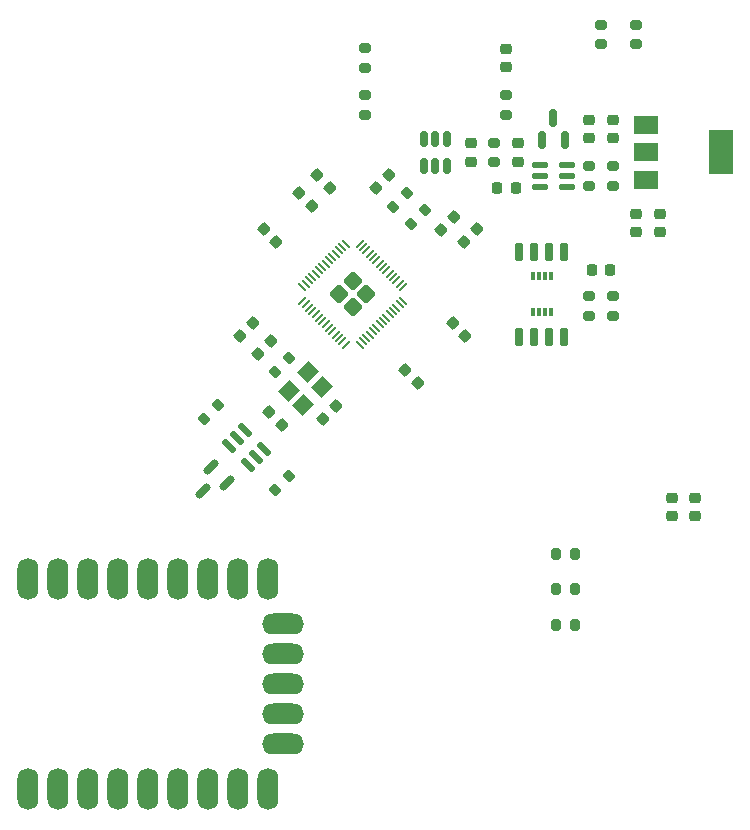
<source format=gbr>
%TF.GenerationSoftware,KiCad,Pcbnew,7.0.1*%
%TF.CreationDate,2023-03-19T19:41:09+01:00*%
%TF.ProjectId,chubby-hat,63687562-6279-42d6-9861-742e6b696361,0.2.2*%
%TF.SameCoordinates,Original*%
%TF.FileFunction,Paste,Bot*%
%TF.FilePolarity,Positive*%
%FSLAX46Y46*%
G04 Gerber Fmt 4.6, Leading zero omitted, Abs format (unit mm)*
G04 Created by KiCad (PCBNEW 7.0.1) date 2023-03-19 19:41:09*
%MOMM*%
%LPD*%
G01*
G04 APERTURE LIST*
G04 Aperture macros list*
%AMRoundRect*
0 Rectangle with rounded corners*
0 $1 Rounding radius*
0 $2 $3 $4 $5 $6 $7 $8 $9 X,Y pos of 4 corners*
0 Add a 4 corners polygon primitive as box body*
4,1,4,$2,$3,$4,$5,$6,$7,$8,$9,$2,$3,0*
0 Add four circle primitives for the rounded corners*
1,1,$1+$1,$2,$3*
1,1,$1+$1,$4,$5*
1,1,$1+$1,$6,$7*
1,1,$1+$1,$8,$9*
0 Add four rect primitives between the rounded corners*
20,1,$1+$1,$2,$3,$4,$5,0*
20,1,$1+$1,$4,$5,$6,$7,0*
20,1,$1+$1,$6,$7,$8,$9,0*
20,1,$1+$1,$8,$9,$2,$3,0*%
%AMRotRect*
0 Rectangle, with rotation*
0 The origin of the aperture is its center*
0 $1 length*
0 $2 width*
0 $3 Rotation angle, in degrees counterclockwise*
0 Add horizontal line*
21,1,$1,$2,0,0,$3*%
G04 Aperture macros list end*
%ADD10RotRect,1.400000X1.200000X45.000000*%
%ADD11RoundRect,0.225000X0.250000X-0.225000X0.250000X0.225000X-0.250000X0.225000X-0.250000X-0.225000X0*%
%ADD12RoundRect,0.200000X-0.053033X0.335876X-0.335876X0.053033X0.053033X-0.335876X0.335876X-0.053033X0*%
%ADD13R,0.300000X0.800000*%
%ADD14RoundRect,0.200000X-0.275000X0.200000X-0.275000X-0.200000X0.275000X-0.200000X0.275000X0.200000X0*%
%ADD15RoundRect,0.200000X0.275000X-0.200000X0.275000X0.200000X-0.275000X0.200000X-0.275000X-0.200000X0*%
%ADD16RoundRect,0.150000X0.150000X-0.587500X0.150000X0.587500X-0.150000X0.587500X-0.150000X-0.587500X0*%
%ADD17RoundRect,0.218750X0.218750X0.256250X-0.218750X0.256250X-0.218750X-0.256250X0.218750X-0.256250X0*%
%ADD18RoundRect,0.225000X-0.017678X0.335876X-0.335876X0.017678X0.017678X-0.335876X0.335876X-0.017678X0*%
%ADD19RoundRect,0.225000X0.017678X-0.335876X0.335876X-0.017678X-0.017678X0.335876X-0.335876X0.017678X0*%
%ADD20RoundRect,0.225000X-0.250000X0.225000X-0.250000X-0.225000X0.250000X-0.225000X0.250000X0.225000X0*%
%ADD21RoundRect,0.150000X0.150000X-0.512500X0.150000X0.512500X-0.150000X0.512500X-0.150000X-0.512500X0*%
%ADD22RoundRect,0.225000X-0.335876X-0.017678X-0.017678X-0.335876X0.335876X0.017678X0.017678X0.335876X0*%
%ADD23RoundRect,0.249999X0.558616X0.000000X0.000000X0.558616X-0.558616X0.000000X0.000000X-0.558616X0*%
%ADD24RoundRect,0.050000X0.309359X-0.238649X-0.238649X0.309359X-0.309359X0.238649X0.238649X-0.309359X0*%
%ADD25RoundRect,0.050000X0.309359X0.238649X0.238649X0.309359X-0.309359X-0.238649X-0.238649X-0.309359X0*%
%ADD26RoundRect,0.225000X-0.225000X-0.250000X0.225000X-0.250000X0.225000X0.250000X-0.225000X0.250000X0*%
%ADD27RoundRect,0.200000X0.200000X0.275000X-0.200000X0.275000X-0.200000X-0.275000X0.200000X-0.275000X0*%
%ADD28RoundRect,0.200000X0.053033X-0.335876X0.335876X-0.053033X-0.053033X0.335876X-0.335876X0.053033X0*%
%ADD29RoundRect,0.150000X0.150000X-0.650000X0.150000X0.650000X-0.150000X0.650000X-0.150000X-0.650000X0*%
%ADD30R,2.000000X1.500000*%
%ADD31R,2.000000X3.800000*%
%ADD32RoundRect,0.125000X0.587500X0.125000X-0.587500X0.125000X-0.587500X-0.125000X0.587500X-0.125000X0*%
%ADD33O,1.778000X3.556000*%
%ADD34O,3.556000X1.778000*%
%ADD35RoundRect,0.150000X0.309359X0.521491X-0.521491X-0.309359X-0.309359X-0.521491X0.521491X0.309359X0*%
%ADD36RoundRect,0.225000X0.335876X0.017678X0.017678X0.335876X-0.335876X-0.017678X-0.017678X-0.335876X0*%
%ADD37RoundRect,0.125000X-0.503814X0.327037X0.327037X-0.503814X0.503814X-0.327037X-0.327037X0.503814X0*%
G04 APERTURE END LIST*
D10*
%TO.C,Y1*%
X151621142Y-88176777D03*
X153176777Y-86621142D03*
X154378858Y-87823223D03*
X152823223Y-89378858D03*
%TD*%
D11*
%TO.C,C5*%
X170000000Y-60775000D03*
X170000000Y-59225000D03*
%TD*%
D12*
%TO.C,R16*%
X161583363Y-71416637D03*
X160416637Y-72583363D03*
%TD*%
D13*
%TO.C,U6*%
X173750000Y-81550000D03*
X173250000Y-81550000D03*
X172750000Y-81550000D03*
X172250000Y-81550000D03*
X172250000Y-78450000D03*
X172750000Y-78450000D03*
X173250000Y-78450000D03*
X173750000Y-78450000D03*
%TD*%
D14*
%TO.C,R2*%
X181000000Y-57175000D03*
X181000000Y-58825000D03*
%TD*%
D15*
%TO.C,R8*%
X158000000Y-64825000D03*
X158000000Y-63175000D03*
%TD*%
D16*
%TO.C,Q2*%
X174950000Y-66937500D03*
X173050000Y-66937500D03*
X174000000Y-65062500D03*
%TD*%
D17*
%TO.C,FB1*%
X170787500Y-71000000D03*
X169212500Y-71000000D03*
%TD*%
D18*
%TO.C,C15*%
X148548008Y-82451992D03*
X147451992Y-83548008D03*
%TD*%
D11*
%TO.C,C8*%
X186000000Y-98775000D03*
X186000000Y-97225000D03*
%TD*%
D19*
%TO.C,C19*%
X164451992Y-74548008D03*
X165548008Y-73451992D03*
%TD*%
%TO.C,C13*%
X166451992Y-75548008D03*
X167548008Y-74451992D03*
%TD*%
%TO.C,C14*%
X158951992Y-71048008D03*
X160048008Y-69951992D03*
%TD*%
D20*
%TO.C,C7*%
X171000000Y-67225000D03*
X171000000Y-68775000D03*
%TD*%
D21*
%TO.C,U3*%
X164950000Y-69137500D03*
X164000000Y-69137500D03*
X163050000Y-69137500D03*
X163050000Y-66862500D03*
X164000000Y-66862500D03*
X164950000Y-66862500D03*
%TD*%
D15*
%TO.C,R7*%
X170000000Y-64825000D03*
X170000000Y-63175000D03*
%TD*%
D22*
%TO.C,C16*%
X165451992Y-82451992D03*
X166548008Y-83548008D03*
%TD*%
D18*
%TO.C,C11*%
X155548008Y-89451992D03*
X154451992Y-90548008D03*
%TD*%
D23*
%TO.C,U5*%
X157000000Y-81131371D03*
X158131371Y-80000000D03*
X155868629Y-80000000D03*
X157000000Y-78868629D03*
D24*
X161269157Y-80592202D03*
X160986314Y-80875045D03*
X160703472Y-81157887D03*
X160420629Y-81440730D03*
X160137786Y-81723573D03*
X159854944Y-82006415D03*
X159572101Y-82289258D03*
X159289258Y-82572101D03*
X159006415Y-82854944D03*
X158723573Y-83137786D03*
X158440730Y-83420629D03*
X158157887Y-83703472D03*
X157875045Y-83986314D03*
X157592202Y-84269157D03*
D25*
X156407798Y-84269157D03*
X156124955Y-83986314D03*
X155842113Y-83703472D03*
X155559270Y-83420629D03*
X155276427Y-83137786D03*
X154993585Y-82854944D03*
X154710742Y-82572101D03*
X154427899Y-82289258D03*
X154145056Y-82006415D03*
X153862214Y-81723573D03*
X153579371Y-81440730D03*
X153296528Y-81157887D03*
X153013686Y-80875045D03*
X152730843Y-80592202D03*
D24*
X152730843Y-79407798D03*
X153013686Y-79124955D03*
X153296528Y-78842113D03*
X153579371Y-78559270D03*
X153862214Y-78276427D03*
X154145056Y-77993585D03*
X154427899Y-77710742D03*
X154710742Y-77427899D03*
X154993585Y-77145056D03*
X155276427Y-76862214D03*
X155559270Y-76579371D03*
X155842113Y-76296528D03*
X156124955Y-76013686D03*
X156407798Y-75730843D03*
D25*
X157592202Y-75730843D03*
X157875045Y-76013686D03*
X158157887Y-76296528D03*
X158440730Y-76579371D03*
X158723573Y-76862214D03*
X159006415Y-77145056D03*
X159289258Y-77427899D03*
X159572101Y-77710742D03*
X159854944Y-77993585D03*
X160137786Y-78276427D03*
X160420629Y-78559270D03*
X160703472Y-78842113D03*
X160986314Y-79124955D03*
X161269157Y-79407798D03*
%TD*%
D26*
%TO.C,C10*%
X177225000Y-78000000D03*
X178775000Y-78000000D03*
%TD*%
D27*
%TO.C,R3*%
X175825000Y-108000000D03*
X174175000Y-108000000D03*
%TD*%
D11*
%TO.C,C6*%
X167000000Y-68775000D03*
X167000000Y-67225000D03*
%TD*%
D28*
%TO.C,R11*%
X150416637Y-96583363D03*
X151583363Y-95416637D03*
%TD*%
%TO.C,R17*%
X150416637Y-86583363D03*
X151583363Y-85416637D03*
%TD*%
D29*
%TO.C,U4*%
X174905000Y-83600000D03*
X173635000Y-83600000D03*
X172365000Y-83600000D03*
X171095000Y-83600000D03*
X171095000Y-76400000D03*
X172365000Y-76400000D03*
X173635000Y-76400000D03*
X174905000Y-76400000D03*
%TD*%
D30*
%TO.C,U1*%
X181850000Y-70300000D03*
X181850000Y-68000000D03*
D31*
X188150000Y-68000000D03*
D30*
X181850000Y-65700000D03*
%TD*%
D32*
%TO.C,Q1*%
X175137500Y-69050000D03*
X175137500Y-70000000D03*
X175137500Y-70950000D03*
X172862500Y-70950000D03*
X172862500Y-70000000D03*
X172862500Y-69050000D03*
%TD*%
D14*
%TO.C,R14*%
X179000000Y-80175000D03*
X179000000Y-81825000D03*
%TD*%
D18*
%TO.C,C17*%
X150048008Y-83951992D03*
X148951992Y-85048008D03*
%TD*%
D22*
%TO.C,C12*%
X149951992Y-89951992D03*
X151048008Y-91048008D03*
%TD*%
D28*
%TO.C,R15*%
X161916637Y-74083363D03*
X163083363Y-72916637D03*
%TD*%
D11*
%TO.C,C9*%
X184000000Y-98775000D03*
X184000000Y-97225000D03*
%TD*%
D33*
%TO.C,U2*%
X129540000Y-104140000D03*
X132080000Y-104140000D03*
X134620000Y-104140000D03*
X137160000Y-104140000D03*
X139700000Y-104140000D03*
X142240000Y-104140000D03*
X144780000Y-104140000D03*
X147320000Y-104140000D03*
X149860000Y-104140000D03*
D34*
X151130000Y-107950000D03*
X151130000Y-110490000D03*
X151130000Y-113030000D03*
X151130000Y-115570000D03*
X151130000Y-118110000D03*
D33*
X149860000Y-121920000D03*
X147320000Y-121920000D03*
X144780000Y-121920000D03*
X142240000Y-121920000D03*
X139700000Y-121920000D03*
X137160000Y-121920000D03*
X134620000Y-121920000D03*
X132080000Y-121920000D03*
X129540000Y-121920000D03*
%TD*%
D14*
%TO.C,F1*%
X169000000Y-67175000D03*
X169000000Y-68825000D03*
%TD*%
D35*
%TO.C,Q4*%
X144991161Y-94665336D03*
X146334664Y-96008839D03*
X144337087Y-96662913D03*
%TD*%
D14*
%TO.C,R1*%
X178000000Y-57175000D03*
X178000000Y-58825000D03*
%TD*%
D20*
%TO.C,C4*%
X183000000Y-73225000D03*
X183000000Y-74775000D03*
%TD*%
D14*
%TO.C,R9*%
X177000000Y-69175000D03*
X177000000Y-70825000D03*
%TD*%
D36*
%TO.C,C18*%
X155048008Y-71048008D03*
X153951992Y-69951992D03*
%TD*%
D11*
%TO.C,C1*%
X179000000Y-66775000D03*
X179000000Y-65225000D03*
%TD*%
D12*
%TO.C,R12*%
X145583363Y-89416637D03*
X144416637Y-90583363D03*
%TD*%
D11*
%TO.C,C2*%
X177000000Y-66775000D03*
X177000000Y-65225000D03*
%TD*%
D22*
%TO.C,C21*%
X161451992Y-86451992D03*
X162548008Y-87548008D03*
%TD*%
D20*
%TO.C,C3*%
X181000000Y-73225000D03*
X181000000Y-74775000D03*
%TD*%
D27*
%TO.C,R4*%
X175825000Y-105000000D03*
X174175000Y-105000000D03*
%TD*%
D14*
%TO.C,R13*%
X177000000Y-80175000D03*
X177000000Y-81825000D03*
%TD*%
D37*
%TO.C,Q3*%
X146523915Y-92867417D03*
X147195666Y-92195666D03*
X147867417Y-91523915D03*
X149476085Y-93132583D03*
X148804334Y-93804334D03*
X148132583Y-94476085D03*
%TD*%
D14*
%TO.C,R6*%
X158000000Y-59175000D03*
X158000000Y-60825000D03*
%TD*%
D36*
%TO.C,C22*%
X150548008Y-75548008D03*
X149451992Y-74451992D03*
%TD*%
D15*
%TO.C,R10*%
X179000000Y-70825000D03*
X179000000Y-69175000D03*
%TD*%
D36*
%TO.C,C20*%
X153548008Y-72548008D03*
X152451992Y-71451992D03*
%TD*%
D27*
%TO.C,R5*%
X175825000Y-102000000D03*
X174175000Y-102000000D03*
%TD*%
M02*

</source>
